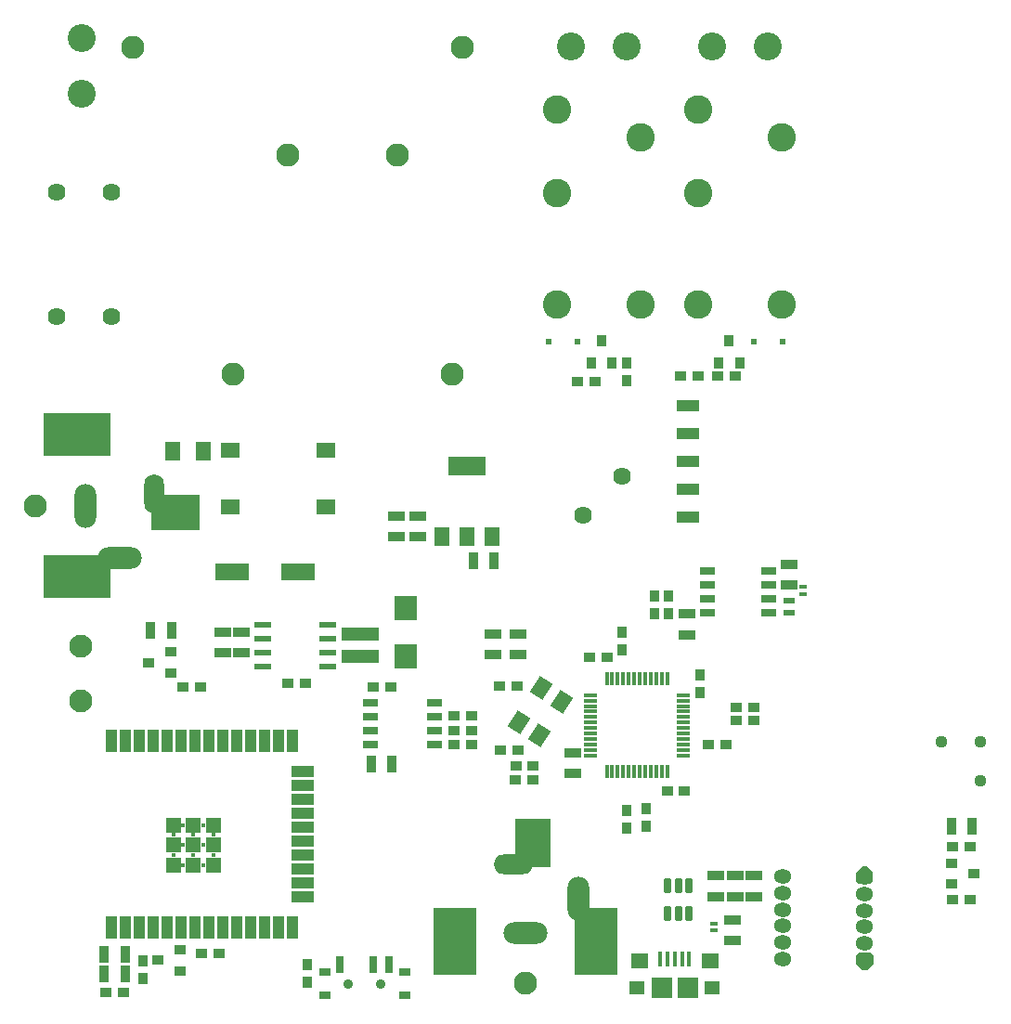
<source format=gts>
G04*
G04 #@! TF.GenerationSoftware,Altium Limited,Altium Designer,24.2.2 (26)*
G04*
G04 Layer_Color=8388736*
%FSLAX25Y25*%
%MOIN*%
G70*
G04*
G04 #@! TF.SameCoordinates,F296BD43-7A1A-4B5F-AFD2-8FBC70BB071E*
G04*
G04*
G04 #@! TF.FilePolarity,Negative*
G04*
G01*
G75*
%ADD63R,0.03622X0.05984*%
%ADD64R,0.04194X0.03494*%
%ADD65R,0.04016X0.03622*%
%ADD66R,0.12284X0.06378*%
%ADD67R,0.05591X0.03032*%
%ADD68R,0.05984X0.03622*%
G04:AMPARAMS|DCode=69|XSize=67.72mil|YSize=53.94mil|CornerRadius=0mil|HoleSize=0mil|Usage=FLASHONLY|Rotation=237.000|XOffset=0mil|YOffset=0mil|HoleType=Round|Shape=Rectangle|*
%AMROTATEDRECTD69*
4,1,4,-0.00418,0.04308,0.04106,0.01371,0.00418,-0.04308,-0.04106,-0.01371,-0.00418,0.04308,0.0*
%
%ADD69ROTATEDRECTD69*%

%ADD70R,0.02441X0.02047*%
%ADD71R,0.03622X0.04016*%
%ADD72R,0.01575X0.05118*%
%ADD73R,0.05118X0.01575*%
%ADD74R,0.05709X0.05709*%
%ADD75R,0.04016X0.08346*%
%ADD76R,0.08346X0.04016*%
%ADD77R,0.03494X0.04194*%
G04:AMPARAMS|DCode=78|XSize=52.36mil|YSize=27.95mil|CornerRadius=5.27mil|HoleSize=0mil|Usage=FLASHONLY|Rotation=270.000|XOffset=0mil|YOffset=0mil|HoleType=Round|Shape=RoundedRectangle|*
%AMROUNDEDRECTD78*
21,1,0.05236,0.01742,0,0,270.0*
21,1,0.04183,0.02795,0,0,270.0*
1,1,0.01053,-0.00871,-0.02092*
1,1,0.01053,-0.00871,0.02092*
1,1,0.01053,0.00871,0.02092*
1,1,0.01053,0.00871,-0.02092*
%
%ADD78ROUNDEDRECTD78*%
%ADD79R,0.04409X0.02441*%
%ADD80R,0.02559X0.01614*%
%ADD81R,0.07490X0.07490*%
%ADD82R,0.06309X0.05522*%
%ADD83R,0.05719X0.05128*%
%ADD84R,0.01585X0.05325*%
%ADD85R,0.15364X0.24420*%
%ADD86R,0.13002X0.17333*%
%ADD87R,0.02766X0.05916*%
%ADD88R,0.03947X0.03160*%
%ADD89R,0.05197X0.06772*%
%ADD90R,0.13465X0.06772*%
%ADD91R,0.05197X0.03032*%
%ADD92R,0.13396X0.05128*%
%ADD93R,0.08475X0.08868*%
%ADD94R,0.06575X0.05197*%
%ADD95R,0.06299X0.02362*%
%ADD96R,0.07884X0.04341*%
%ADD97R,0.24420X0.15364*%
%ADD98R,0.17333X0.13002*%
%ADD99C,0.04409*%
%ADD100O,0.06378X0.05197*%
%ADD101C,0.06378*%
%ADD102C,0.10236*%
%ADD103C,0.01654*%
%ADD104O,0.14183X0.07097*%
%ADD105O,0.07884X0.15758*%
%ADD106O,0.15758X0.07884*%
%ADD107C,0.08278*%
%ADD108C,0.03553*%
%ADD109C,0.08346*%
%ADD110C,0.08268*%
%ADD111C,0.10049*%
%ADD112O,0.07097X0.14183*%
G36*
X300572Y16223D02*
Y19289D01*
X301707Y20424D01*
X305722D01*
X306772Y19374D01*
X306772Y16339D01*
X304364Y13931D01*
X302864D01*
X300572Y16223D01*
D02*
G37*
G36*
X306662Y49243D02*
Y46178D01*
X305526Y45042D01*
X301512D01*
X300462Y46092D01*
X300462Y49128D01*
X302870Y51535D01*
X304370D01*
X306662Y49243D01*
D02*
G37*
D63*
X334869Y65674D02*
D03*
X342350D02*
D03*
X133859Y88074D02*
D03*
X126379D02*
D03*
X38079Y12604D02*
D03*
X30598D02*
D03*
X38079Y19904D02*
D03*
X30598D02*
D03*
X170559Y161134D02*
D03*
X163079D02*
D03*
X47239Y136074D02*
D03*
X54719D02*
D03*
D64*
X335109Y58424D02*
D03*
X341409D02*
D03*
X341418Y39424D02*
D03*
X335118D02*
D03*
X127329Y115674D02*
D03*
X133629D02*
D03*
X156089Y105252D02*
D03*
X162389D02*
D03*
X178329Y82374D02*
D03*
X184629D02*
D03*
X178379Y87574D02*
D03*
X184679D02*
D03*
X156089Y100134D02*
D03*
X162389D02*
D03*
X156089Y95016D02*
D03*
X162389D02*
D03*
X172929Y93074D02*
D03*
X179229D02*
D03*
X172479Y115974D02*
D03*
X178779D02*
D03*
X211129Y126474D02*
D03*
X204829D02*
D03*
X257629Y103591D02*
D03*
X263929D02*
D03*
X257629Y108315D02*
D03*
X263929D02*
D03*
X247579Y95174D02*
D03*
X253879D02*
D03*
X239029Y78274D02*
D03*
X232729D02*
D03*
X237440Y227304D02*
D03*
X243740D02*
D03*
X250929Y227274D02*
D03*
X257229D02*
D03*
X37469Y6234D02*
D03*
X31169D02*
D03*
X96429Y117174D02*
D03*
X102729D02*
D03*
X65229Y115874D02*
D03*
X58929D02*
D03*
X71929Y19954D02*
D03*
X65629D02*
D03*
X200429Y225574D02*
D03*
X206729D02*
D03*
D65*
X334872Y52414D02*
D03*
Y44934D02*
D03*
X342746Y48674D02*
D03*
X57706Y13844D02*
D03*
Y21324D02*
D03*
X49832Y17584D02*
D03*
X54416Y120834D02*
D03*
Y128314D02*
D03*
X46542Y124574D02*
D03*
D66*
X76668Y157174D02*
D03*
X100290D02*
D03*
D67*
X269302Y142274D02*
D03*
Y147274D02*
D03*
Y152274D02*
D03*
Y157274D02*
D03*
X247255D02*
D03*
Y152274D02*
D03*
Y147274D02*
D03*
Y142274D02*
D03*
D68*
X256179Y32114D02*
D03*
Y24634D02*
D03*
X198829Y84734D02*
D03*
Y92214D02*
D03*
X170279Y127434D02*
D03*
Y134914D02*
D03*
X239879Y142014D02*
D03*
Y134534D02*
D03*
X276379Y152274D02*
D03*
Y159754D02*
D03*
X263856Y48057D02*
D03*
Y40576D02*
D03*
X257164Y48057D02*
D03*
Y40576D02*
D03*
X250077Y48057D02*
D03*
Y40576D02*
D03*
X73086Y135554D02*
D03*
Y128074D02*
D03*
X79779Y135554D02*
D03*
Y128074D02*
D03*
X143096Y177114D02*
D03*
Y169634D02*
D03*
X135679Y177114D02*
D03*
Y169634D02*
D03*
X179110Y127434D02*
D03*
Y134914D02*
D03*
D69*
X186902Y98328D02*
D03*
X194835Y110545D02*
D03*
X187571Y115262D02*
D03*
X179638Y103045D02*
D03*
D70*
X274167Y239803D02*
D03*
X263931D02*
D03*
X190236Y239803D02*
D03*
X200472D02*
D03*
D71*
X255019Y240091D02*
D03*
X258759Y232217D02*
D03*
X251279D02*
D03*
X205369D02*
D03*
X212849D02*
D03*
X209109Y240091D02*
D03*
D72*
X211042Y118746D02*
D03*
X213011D02*
D03*
X214979D02*
D03*
X216948D02*
D03*
X218916D02*
D03*
X220884D02*
D03*
X222853D02*
D03*
X224821D02*
D03*
X226790D02*
D03*
X228759D02*
D03*
X230727D02*
D03*
X232696D02*
D03*
Y85282D02*
D03*
X230727D02*
D03*
X228759D02*
D03*
X226790D02*
D03*
X224821D02*
D03*
X222853D02*
D03*
X220884D02*
D03*
X218916D02*
D03*
X216948D02*
D03*
X214979D02*
D03*
X213011D02*
D03*
X211042D02*
D03*
D73*
X238601Y112841D02*
D03*
Y110872D02*
D03*
Y108904D02*
D03*
Y106935D02*
D03*
Y104967D02*
D03*
Y102998D02*
D03*
Y101030D02*
D03*
Y99061D02*
D03*
Y97093D02*
D03*
Y95124D02*
D03*
Y93156D02*
D03*
Y91187D02*
D03*
X205136D02*
D03*
Y93156D02*
D03*
Y95124D02*
D03*
Y97093D02*
D03*
Y99061D02*
D03*
Y101030D02*
D03*
Y102998D02*
D03*
Y104967D02*
D03*
Y106935D02*
D03*
Y108904D02*
D03*
Y110872D02*
D03*
Y112841D02*
D03*
D74*
X69828Y66211D02*
D03*
X55379D02*
D03*
X62603D02*
D03*
X55379Y51762D02*
D03*
Y58986D02*
D03*
X62603Y51762D02*
D03*
Y58986D02*
D03*
X69828D02*
D03*
Y51762D02*
D03*
D75*
X33076Y96388D02*
D03*
X38076D02*
D03*
X43076D02*
D03*
X48076D02*
D03*
X53076D02*
D03*
X58076D02*
D03*
X63076D02*
D03*
X68076D02*
D03*
X73076D02*
D03*
X78076D02*
D03*
X83076D02*
D03*
X88076D02*
D03*
X93076D02*
D03*
X98076D02*
D03*
Y29459D02*
D03*
X93076D02*
D03*
X88076D02*
D03*
X83076D02*
D03*
X78076D02*
D03*
X73076D02*
D03*
X68076D02*
D03*
X63076D02*
D03*
X58076D02*
D03*
X53076D02*
D03*
X48076D02*
D03*
X43076D02*
D03*
X38076D02*
D03*
X33076D02*
D03*
D76*
X102013Y85423D02*
D03*
Y80423D02*
D03*
Y75423D02*
D03*
Y70423D02*
D03*
Y65423D02*
D03*
Y60423D02*
D03*
Y55423D02*
D03*
Y50423D02*
D03*
Y45423D02*
D03*
Y40423D02*
D03*
D77*
X216579Y135524D02*
D03*
Y129224D02*
D03*
X228179Y142124D02*
D03*
Y148424D02*
D03*
X233179D02*
D03*
Y142124D02*
D03*
X244579Y113874D02*
D03*
Y120174D02*
D03*
X225079Y72024D02*
D03*
Y65724D02*
D03*
X218079Y71524D02*
D03*
Y65224D02*
D03*
X103379Y9724D02*
D03*
Y16024D02*
D03*
X218109Y231964D02*
D03*
Y225664D02*
D03*
X44369Y17384D02*
D03*
Y11084D02*
D03*
D78*
X233020Y44465D02*
D03*
X240500D02*
D03*
X236760D02*
D03*
X233020Y34583D02*
D03*
X236760D02*
D03*
X240500D02*
D03*
D79*
X276379Y142509D02*
D03*
Y146839D02*
D03*
D80*
X281579Y149094D02*
D03*
Y151654D02*
D03*
X249579Y28295D02*
D03*
Y30854D02*
D03*
D81*
X240203Y7708D02*
D03*
X230754D02*
D03*
D82*
X248077Y17354D02*
D03*
X222880D02*
D03*
D83*
X248963Y7708D02*
D03*
X221994D02*
D03*
D84*
X240597Y18240D02*
D03*
X238038D02*
D03*
X235479D02*
D03*
X232920D02*
D03*
X230361D02*
D03*
D85*
X156485Y24518D02*
D03*
X207272D02*
D03*
D86*
X184438Y59754D02*
D03*
D87*
X115241Y16114D02*
D03*
X127051D02*
D03*
X132957D02*
D03*
D88*
X109729Y13358D02*
D03*
Y5090D02*
D03*
X138469Y13358D02*
D03*
Y5090D02*
D03*
D89*
X151758Y169879D02*
D03*
X169868D02*
D03*
X160813D02*
D03*
X55067Y200374D02*
D03*
X66091D02*
D03*
D90*
X160813Y195076D02*
D03*
D91*
X126339Y95034D02*
D03*
Y100034D02*
D03*
Y105034D02*
D03*
Y110034D02*
D03*
X149173D02*
D03*
Y105034D02*
D03*
Y100034D02*
D03*
Y95034D02*
D03*
D92*
X122579Y126606D02*
D03*
Y134874D02*
D03*
D93*
X138839Y126603D02*
D03*
Y143925D02*
D03*
D94*
X110197Y200640D02*
D03*
X75787D02*
D03*
X110197Y180541D02*
D03*
X75787D02*
D03*
D95*
X87368Y123074D02*
D03*
Y128074D02*
D03*
Y133074D02*
D03*
Y138074D02*
D03*
X110990D02*
D03*
Y133074D02*
D03*
Y128074D02*
D03*
Y123074D02*
D03*
D96*
X240236Y216890D02*
D03*
Y206890D02*
D03*
Y196890D02*
D03*
Y186890D02*
D03*
Y176890D02*
D03*
D97*
X20941Y206268D02*
D03*
Y155480D02*
D03*
D98*
X56177Y178315D02*
D03*
D99*
X345339Y81945D02*
D03*
Y96087D02*
D03*
X331197D02*
D03*
D100*
X303439Y47371D02*
D03*
Y41465D02*
D03*
Y35560D02*
D03*
Y29654D02*
D03*
Y23749D02*
D03*
Y17843D02*
D03*
X274099Y18150D02*
D03*
Y24056D02*
D03*
Y29961D02*
D03*
Y35867D02*
D03*
Y41772D02*
D03*
Y47678D02*
D03*
D101*
X202579Y177374D02*
D03*
X216498Y191293D02*
D03*
X13465Y293347D02*
D03*
X33150D02*
D03*
X13465Y248858D02*
D03*
X33150D02*
D03*
D102*
X193347Y323228D02*
D03*
X223346Y253228D02*
D03*
Y313228D02*
D03*
X193347Y293228D02*
D03*
Y253228D02*
D03*
X243740Y323228D02*
D03*
X273740Y253228D02*
D03*
Y313228D02*
D03*
X243740Y293228D02*
D03*
Y253228D02*
D03*
D103*
X55379Y55374D02*
D03*
Y62598D02*
D03*
X58991Y51762D02*
D03*
Y58986D02*
D03*
Y66211D02*
D03*
X62603Y55374D02*
D03*
Y62598D02*
D03*
X66215Y51762D02*
D03*
Y58986D02*
D03*
Y66211D02*
D03*
X69828Y55374D02*
D03*
Y62598D02*
D03*
D104*
X177548Y52077D02*
D03*
D105*
X200776Y39872D02*
D03*
X23697Y180874D02*
D03*
D106*
X181879Y27274D02*
D03*
X36295Y161976D02*
D03*
D107*
X181879Y9557D02*
D03*
X5980Y180874D02*
D03*
D108*
X118193Y9224D02*
D03*
X130004D02*
D03*
D109*
X76850Y227992D02*
D03*
X159134Y345315D02*
D03*
X41024D02*
D03*
X96535Y306732D02*
D03*
X135906D02*
D03*
X155591Y227992D02*
D03*
D110*
X22279Y110632D02*
D03*
Y130316D02*
D03*
D111*
X22520Y328780D02*
D03*
Y348780D02*
D03*
X268740Y345709D02*
D03*
X248740D02*
D03*
X218347D02*
D03*
X198346D02*
D03*
D112*
X48500Y185205D02*
D03*
M02*

</source>
